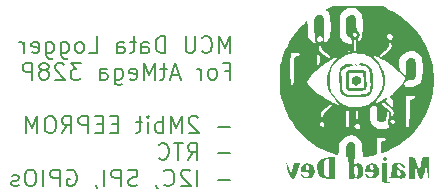
<source format=gbo>
%TF.GenerationSoftware,KiCad,Pcbnew,7.0.10*%
%TF.CreationDate,2024-01-19T04:31:44-05:00*%
%TF.ProjectId,Dattalogger_Board,44617474-616c-46f6-9767-65725f426f61,1*%
%TF.SameCoordinates,Original*%
%TF.FileFunction,Legend,Bot*%
%TF.FilePolarity,Positive*%
%FSLAX46Y46*%
G04 Gerber Fmt 4.6, Leading zero omitted, Abs format (unit mm)*
G04 Created by KiCad (PCBNEW 7.0.10) date 2024-01-19 04:31:44*
%MOMM*%
%LPD*%
G01*
G04 APERTURE LIST*
%ADD10C,0.150000*%
G04 APERTURE END LIST*
D10*
X151332982Y-71441177D02*
X151332982Y-70041177D01*
X151332982Y-70041177D02*
X150866316Y-71041177D01*
X150866316Y-71041177D02*
X150399649Y-70041177D01*
X150399649Y-70041177D02*
X150399649Y-71441177D01*
X148932982Y-71307844D02*
X148999649Y-71374511D01*
X148999649Y-71374511D02*
X149199649Y-71441177D01*
X149199649Y-71441177D02*
X149332982Y-71441177D01*
X149332982Y-71441177D02*
X149532982Y-71374511D01*
X149532982Y-71374511D02*
X149666316Y-71241177D01*
X149666316Y-71241177D02*
X149732982Y-71107844D01*
X149732982Y-71107844D02*
X149799649Y-70841177D01*
X149799649Y-70841177D02*
X149799649Y-70641177D01*
X149799649Y-70641177D02*
X149732982Y-70374511D01*
X149732982Y-70374511D02*
X149666316Y-70241177D01*
X149666316Y-70241177D02*
X149532982Y-70107844D01*
X149532982Y-70107844D02*
X149332982Y-70041177D01*
X149332982Y-70041177D02*
X149199649Y-70041177D01*
X149199649Y-70041177D02*
X148999649Y-70107844D01*
X148999649Y-70107844D02*
X148932982Y-70174511D01*
X148332982Y-70041177D02*
X148332982Y-71174511D01*
X148332982Y-71174511D02*
X148266316Y-71307844D01*
X148266316Y-71307844D02*
X148199649Y-71374511D01*
X148199649Y-71374511D02*
X148066316Y-71441177D01*
X148066316Y-71441177D02*
X147799649Y-71441177D01*
X147799649Y-71441177D02*
X147666316Y-71374511D01*
X147666316Y-71374511D02*
X147599649Y-71307844D01*
X147599649Y-71307844D02*
X147532982Y-71174511D01*
X147532982Y-71174511D02*
X147532982Y-70041177D01*
X145799648Y-71441177D02*
X145799648Y-70041177D01*
X145799648Y-70041177D02*
X145466315Y-70041177D01*
X145466315Y-70041177D02*
X145266315Y-70107844D01*
X145266315Y-70107844D02*
X145132982Y-70241177D01*
X145132982Y-70241177D02*
X145066315Y-70374511D01*
X145066315Y-70374511D02*
X144999648Y-70641177D01*
X144999648Y-70641177D02*
X144999648Y-70841177D01*
X144999648Y-70841177D02*
X145066315Y-71107844D01*
X145066315Y-71107844D02*
X145132982Y-71241177D01*
X145132982Y-71241177D02*
X145266315Y-71374511D01*
X145266315Y-71374511D02*
X145466315Y-71441177D01*
X145466315Y-71441177D02*
X145799648Y-71441177D01*
X143799648Y-71441177D02*
X143799648Y-70707844D01*
X143799648Y-70707844D02*
X143866315Y-70574511D01*
X143866315Y-70574511D02*
X143999648Y-70507844D01*
X143999648Y-70507844D02*
X144266315Y-70507844D01*
X144266315Y-70507844D02*
X144399648Y-70574511D01*
X143799648Y-71374511D02*
X143932982Y-71441177D01*
X143932982Y-71441177D02*
X144266315Y-71441177D01*
X144266315Y-71441177D02*
X144399648Y-71374511D01*
X144399648Y-71374511D02*
X144466315Y-71241177D01*
X144466315Y-71241177D02*
X144466315Y-71107844D01*
X144466315Y-71107844D02*
X144399648Y-70974511D01*
X144399648Y-70974511D02*
X144266315Y-70907844D01*
X144266315Y-70907844D02*
X143932982Y-70907844D01*
X143932982Y-70907844D02*
X143799648Y-70841177D01*
X143332981Y-70507844D02*
X142799648Y-70507844D01*
X143132981Y-70041177D02*
X143132981Y-71241177D01*
X143132981Y-71241177D02*
X143066315Y-71374511D01*
X143066315Y-71374511D02*
X142932981Y-71441177D01*
X142932981Y-71441177D02*
X142799648Y-71441177D01*
X141732981Y-71441177D02*
X141732981Y-70707844D01*
X141732981Y-70707844D02*
X141799648Y-70574511D01*
X141799648Y-70574511D02*
X141932981Y-70507844D01*
X141932981Y-70507844D02*
X142199648Y-70507844D01*
X142199648Y-70507844D02*
X142332981Y-70574511D01*
X141732981Y-71374511D02*
X141866315Y-71441177D01*
X141866315Y-71441177D02*
X142199648Y-71441177D01*
X142199648Y-71441177D02*
X142332981Y-71374511D01*
X142332981Y-71374511D02*
X142399648Y-71241177D01*
X142399648Y-71241177D02*
X142399648Y-71107844D01*
X142399648Y-71107844D02*
X142332981Y-70974511D01*
X142332981Y-70974511D02*
X142199648Y-70907844D01*
X142199648Y-70907844D02*
X141866315Y-70907844D01*
X141866315Y-70907844D02*
X141732981Y-70841177D01*
X139332981Y-71441177D02*
X139999647Y-71441177D01*
X139999647Y-71441177D02*
X139999647Y-70041177D01*
X138666314Y-71441177D02*
X138799648Y-71374511D01*
X138799648Y-71374511D02*
X138866314Y-71307844D01*
X138866314Y-71307844D02*
X138932981Y-71174511D01*
X138932981Y-71174511D02*
X138932981Y-70774511D01*
X138932981Y-70774511D02*
X138866314Y-70641177D01*
X138866314Y-70641177D02*
X138799648Y-70574511D01*
X138799648Y-70574511D02*
X138666314Y-70507844D01*
X138666314Y-70507844D02*
X138466314Y-70507844D01*
X138466314Y-70507844D02*
X138332981Y-70574511D01*
X138332981Y-70574511D02*
X138266314Y-70641177D01*
X138266314Y-70641177D02*
X138199648Y-70774511D01*
X138199648Y-70774511D02*
X138199648Y-71174511D01*
X138199648Y-71174511D02*
X138266314Y-71307844D01*
X138266314Y-71307844D02*
X138332981Y-71374511D01*
X138332981Y-71374511D02*
X138466314Y-71441177D01*
X138466314Y-71441177D02*
X138666314Y-71441177D01*
X136999647Y-70507844D02*
X136999647Y-71641177D01*
X136999647Y-71641177D02*
X137066314Y-71774511D01*
X137066314Y-71774511D02*
X137132981Y-71841177D01*
X137132981Y-71841177D02*
X137266314Y-71907844D01*
X137266314Y-71907844D02*
X137466314Y-71907844D01*
X137466314Y-71907844D02*
X137599647Y-71841177D01*
X136999647Y-71374511D02*
X137132981Y-71441177D01*
X137132981Y-71441177D02*
X137399647Y-71441177D01*
X137399647Y-71441177D02*
X137532981Y-71374511D01*
X137532981Y-71374511D02*
X137599647Y-71307844D01*
X137599647Y-71307844D02*
X137666314Y-71174511D01*
X137666314Y-71174511D02*
X137666314Y-70774511D01*
X137666314Y-70774511D02*
X137599647Y-70641177D01*
X137599647Y-70641177D02*
X137532981Y-70574511D01*
X137532981Y-70574511D02*
X137399647Y-70507844D01*
X137399647Y-70507844D02*
X137132981Y-70507844D01*
X137132981Y-70507844D02*
X136999647Y-70574511D01*
X135732980Y-70507844D02*
X135732980Y-71641177D01*
X135732980Y-71641177D02*
X135799647Y-71774511D01*
X135799647Y-71774511D02*
X135866314Y-71841177D01*
X135866314Y-71841177D02*
X135999647Y-71907844D01*
X135999647Y-71907844D02*
X136199647Y-71907844D01*
X136199647Y-71907844D02*
X136332980Y-71841177D01*
X135732980Y-71374511D02*
X135866314Y-71441177D01*
X135866314Y-71441177D02*
X136132980Y-71441177D01*
X136132980Y-71441177D02*
X136266314Y-71374511D01*
X136266314Y-71374511D02*
X136332980Y-71307844D01*
X136332980Y-71307844D02*
X136399647Y-71174511D01*
X136399647Y-71174511D02*
X136399647Y-70774511D01*
X136399647Y-70774511D02*
X136332980Y-70641177D01*
X136332980Y-70641177D02*
X136266314Y-70574511D01*
X136266314Y-70574511D02*
X136132980Y-70507844D01*
X136132980Y-70507844D02*
X135866314Y-70507844D01*
X135866314Y-70507844D02*
X135732980Y-70574511D01*
X134532980Y-71374511D02*
X134666313Y-71441177D01*
X134666313Y-71441177D02*
X134932980Y-71441177D01*
X134932980Y-71441177D02*
X135066313Y-71374511D01*
X135066313Y-71374511D02*
X135132980Y-71241177D01*
X135132980Y-71241177D02*
X135132980Y-70707844D01*
X135132980Y-70707844D02*
X135066313Y-70574511D01*
X135066313Y-70574511D02*
X134932980Y-70507844D01*
X134932980Y-70507844D02*
X134666313Y-70507844D01*
X134666313Y-70507844D02*
X134532980Y-70574511D01*
X134532980Y-70574511D02*
X134466313Y-70707844D01*
X134466313Y-70707844D02*
X134466313Y-70841177D01*
X134466313Y-70841177D02*
X135132980Y-70974511D01*
X133866313Y-71441177D02*
X133866313Y-70507844D01*
X133866313Y-70774511D02*
X133799647Y-70641177D01*
X133799647Y-70641177D02*
X133732980Y-70574511D01*
X133732980Y-70574511D02*
X133599647Y-70507844D01*
X133599647Y-70507844D02*
X133466313Y-70507844D01*
X150866316Y-72961844D02*
X151332982Y-72961844D01*
X151332982Y-73695177D02*
X151332982Y-72295177D01*
X151332982Y-72295177D02*
X150666316Y-72295177D01*
X149932982Y-73695177D02*
X150066316Y-73628511D01*
X150066316Y-73628511D02*
X150132982Y-73561844D01*
X150132982Y-73561844D02*
X150199649Y-73428511D01*
X150199649Y-73428511D02*
X150199649Y-73028511D01*
X150199649Y-73028511D02*
X150132982Y-72895177D01*
X150132982Y-72895177D02*
X150066316Y-72828511D01*
X150066316Y-72828511D02*
X149932982Y-72761844D01*
X149932982Y-72761844D02*
X149732982Y-72761844D01*
X149732982Y-72761844D02*
X149599649Y-72828511D01*
X149599649Y-72828511D02*
X149532982Y-72895177D01*
X149532982Y-72895177D02*
X149466316Y-73028511D01*
X149466316Y-73028511D02*
X149466316Y-73428511D01*
X149466316Y-73428511D02*
X149532982Y-73561844D01*
X149532982Y-73561844D02*
X149599649Y-73628511D01*
X149599649Y-73628511D02*
X149732982Y-73695177D01*
X149732982Y-73695177D02*
X149932982Y-73695177D01*
X148866315Y-73695177D02*
X148866315Y-72761844D01*
X148866315Y-73028511D02*
X148799649Y-72895177D01*
X148799649Y-72895177D02*
X148732982Y-72828511D01*
X148732982Y-72828511D02*
X148599649Y-72761844D01*
X148599649Y-72761844D02*
X148466315Y-72761844D01*
X146999648Y-73295177D02*
X146332981Y-73295177D01*
X147132981Y-73695177D02*
X146666315Y-72295177D01*
X146666315Y-72295177D02*
X146199648Y-73695177D01*
X145932981Y-72761844D02*
X145399648Y-72761844D01*
X145732981Y-72295177D02*
X145732981Y-73495177D01*
X145732981Y-73495177D02*
X145666315Y-73628511D01*
X145666315Y-73628511D02*
X145532981Y-73695177D01*
X145532981Y-73695177D02*
X145399648Y-73695177D01*
X144932981Y-73695177D02*
X144932981Y-72295177D01*
X144932981Y-72295177D02*
X144466315Y-73295177D01*
X144466315Y-73295177D02*
X143999648Y-72295177D01*
X143999648Y-72295177D02*
X143999648Y-73695177D01*
X142799648Y-73628511D02*
X142932981Y-73695177D01*
X142932981Y-73695177D02*
X143199648Y-73695177D01*
X143199648Y-73695177D02*
X143332981Y-73628511D01*
X143332981Y-73628511D02*
X143399648Y-73495177D01*
X143399648Y-73495177D02*
X143399648Y-72961844D01*
X143399648Y-72961844D02*
X143332981Y-72828511D01*
X143332981Y-72828511D02*
X143199648Y-72761844D01*
X143199648Y-72761844D02*
X142932981Y-72761844D01*
X142932981Y-72761844D02*
X142799648Y-72828511D01*
X142799648Y-72828511D02*
X142732981Y-72961844D01*
X142732981Y-72961844D02*
X142732981Y-73095177D01*
X142732981Y-73095177D02*
X143399648Y-73228511D01*
X141532981Y-72761844D02*
X141532981Y-73895177D01*
X141532981Y-73895177D02*
X141599648Y-74028511D01*
X141599648Y-74028511D02*
X141666315Y-74095177D01*
X141666315Y-74095177D02*
X141799648Y-74161844D01*
X141799648Y-74161844D02*
X141999648Y-74161844D01*
X141999648Y-74161844D02*
X142132981Y-74095177D01*
X141532981Y-73628511D02*
X141666315Y-73695177D01*
X141666315Y-73695177D02*
X141932981Y-73695177D01*
X141932981Y-73695177D02*
X142066315Y-73628511D01*
X142066315Y-73628511D02*
X142132981Y-73561844D01*
X142132981Y-73561844D02*
X142199648Y-73428511D01*
X142199648Y-73428511D02*
X142199648Y-73028511D01*
X142199648Y-73028511D02*
X142132981Y-72895177D01*
X142132981Y-72895177D02*
X142066315Y-72828511D01*
X142066315Y-72828511D02*
X141932981Y-72761844D01*
X141932981Y-72761844D02*
X141666315Y-72761844D01*
X141666315Y-72761844D02*
X141532981Y-72828511D01*
X140266314Y-73695177D02*
X140266314Y-72961844D01*
X140266314Y-72961844D02*
X140332981Y-72828511D01*
X140332981Y-72828511D02*
X140466314Y-72761844D01*
X140466314Y-72761844D02*
X140732981Y-72761844D01*
X140732981Y-72761844D02*
X140866314Y-72828511D01*
X140266314Y-73628511D02*
X140399648Y-73695177D01*
X140399648Y-73695177D02*
X140732981Y-73695177D01*
X140732981Y-73695177D02*
X140866314Y-73628511D01*
X140866314Y-73628511D02*
X140932981Y-73495177D01*
X140932981Y-73495177D02*
X140932981Y-73361844D01*
X140932981Y-73361844D02*
X140866314Y-73228511D01*
X140866314Y-73228511D02*
X140732981Y-73161844D01*
X140732981Y-73161844D02*
X140399648Y-73161844D01*
X140399648Y-73161844D02*
X140266314Y-73095177D01*
X138666314Y-72295177D02*
X137799647Y-72295177D01*
X137799647Y-72295177D02*
X138266314Y-72828511D01*
X138266314Y-72828511D02*
X138066314Y-72828511D01*
X138066314Y-72828511D02*
X137932980Y-72895177D01*
X137932980Y-72895177D02*
X137866314Y-72961844D01*
X137866314Y-72961844D02*
X137799647Y-73095177D01*
X137799647Y-73095177D02*
X137799647Y-73428511D01*
X137799647Y-73428511D02*
X137866314Y-73561844D01*
X137866314Y-73561844D02*
X137932980Y-73628511D01*
X137932980Y-73628511D02*
X138066314Y-73695177D01*
X138066314Y-73695177D02*
X138466314Y-73695177D01*
X138466314Y-73695177D02*
X138599647Y-73628511D01*
X138599647Y-73628511D02*
X138666314Y-73561844D01*
X137266314Y-72428511D02*
X137199647Y-72361844D01*
X137199647Y-72361844D02*
X137066314Y-72295177D01*
X137066314Y-72295177D02*
X136732981Y-72295177D01*
X136732981Y-72295177D02*
X136599647Y-72361844D01*
X136599647Y-72361844D02*
X136532981Y-72428511D01*
X136532981Y-72428511D02*
X136466314Y-72561844D01*
X136466314Y-72561844D02*
X136466314Y-72695177D01*
X136466314Y-72695177D02*
X136532981Y-72895177D01*
X136532981Y-72895177D02*
X137332981Y-73695177D01*
X137332981Y-73695177D02*
X136466314Y-73695177D01*
X135666314Y-72895177D02*
X135799648Y-72828511D01*
X135799648Y-72828511D02*
X135866314Y-72761844D01*
X135866314Y-72761844D02*
X135932981Y-72628511D01*
X135932981Y-72628511D02*
X135932981Y-72561844D01*
X135932981Y-72561844D02*
X135866314Y-72428511D01*
X135866314Y-72428511D02*
X135799648Y-72361844D01*
X135799648Y-72361844D02*
X135666314Y-72295177D01*
X135666314Y-72295177D02*
X135399648Y-72295177D01*
X135399648Y-72295177D02*
X135266314Y-72361844D01*
X135266314Y-72361844D02*
X135199648Y-72428511D01*
X135199648Y-72428511D02*
X135132981Y-72561844D01*
X135132981Y-72561844D02*
X135132981Y-72628511D01*
X135132981Y-72628511D02*
X135199648Y-72761844D01*
X135199648Y-72761844D02*
X135266314Y-72828511D01*
X135266314Y-72828511D02*
X135399648Y-72895177D01*
X135399648Y-72895177D02*
X135666314Y-72895177D01*
X135666314Y-72895177D02*
X135799648Y-72961844D01*
X135799648Y-72961844D02*
X135866314Y-73028511D01*
X135866314Y-73028511D02*
X135932981Y-73161844D01*
X135932981Y-73161844D02*
X135932981Y-73428511D01*
X135932981Y-73428511D02*
X135866314Y-73561844D01*
X135866314Y-73561844D02*
X135799648Y-73628511D01*
X135799648Y-73628511D02*
X135666314Y-73695177D01*
X135666314Y-73695177D02*
X135399648Y-73695177D01*
X135399648Y-73695177D02*
X135266314Y-73628511D01*
X135266314Y-73628511D02*
X135199648Y-73561844D01*
X135199648Y-73561844D02*
X135132981Y-73428511D01*
X135132981Y-73428511D02*
X135132981Y-73161844D01*
X135132981Y-73161844D02*
X135199648Y-73028511D01*
X135199648Y-73028511D02*
X135266314Y-72961844D01*
X135266314Y-72961844D02*
X135399648Y-72895177D01*
X134532981Y-73695177D02*
X134532981Y-72295177D01*
X134532981Y-72295177D02*
X133999648Y-72295177D01*
X133999648Y-72295177D02*
X133866315Y-72361844D01*
X133866315Y-72361844D02*
X133799648Y-72428511D01*
X133799648Y-72428511D02*
X133732981Y-72561844D01*
X133732981Y-72561844D02*
X133732981Y-72761844D01*
X133732981Y-72761844D02*
X133799648Y-72895177D01*
X133799648Y-72895177D02*
X133866315Y-72961844D01*
X133866315Y-72961844D02*
X133999648Y-73028511D01*
X133999648Y-73028511D02*
X134532981Y-73028511D01*
X151332982Y-77669844D02*
X150266316Y-77669844D01*
X148599649Y-76936511D02*
X148532982Y-76869844D01*
X148532982Y-76869844D02*
X148399649Y-76803177D01*
X148399649Y-76803177D02*
X148066316Y-76803177D01*
X148066316Y-76803177D02*
X147932982Y-76869844D01*
X147932982Y-76869844D02*
X147866316Y-76936511D01*
X147866316Y-76936511D02*
X147799649Y-77069844D01*
X147799649Y-77069844D02*
X147799649Y-77203177D01*
X147799649Y-77203177D02*
X147866316Y-77403177D01*
X147866316Y-77403177D02*
X148666316Y-78203177D01*
X148666316Y-78203177D02*
X147799649Y-78203177D01*
X147199649Y-78203177D02*
X147199649Y-76803177D01*
X147199649Y-76803177D02*
X146732983Y-77803177D01*
X146732983Y-77803177D02*
X146266316Y-76803177D01*
X146266316Y-76803177D02*
X146266316Y-78203177D01*
X145599649Y-78203177D02*
X145599649Y-76803177D01*
X145599649Y-77336511D02*
X145466316Y-77269844D01*
X145466316Y-77269844D02*
X145199649Y-77269844D01*
X145199649Y-77269844D02*
X145066316Y-77336511D01*
X145066316Y-77336511D02*
X144999649Y-77403177D01*
X144999649Y-77403177D02*
X144932983Y-77536511D01*
X144932983Y-77536511D02*
X144932983Y-77936511D01*
X144932983Y-77936511D02*
X144999649Y-78069844D01*
X144999649Y-78069844D02*
X145066316Y-78136511D01*
X145066316Y-78136511D02*
X145199649Y-78203177D01*
X145199649Y-78203177D02*
X145466316Y-78203177D01*
X145466316Y-78203177D02*
X145599649Y-78136511D01*
X144332982Y-78203177D02*
X144332982Y-77269844D01*
X144332982Y-76803177D02*
X144399649Y-76869844D01*
X144399649Y-76869844D02*
X144332982Y-76936511D01*
X144332982Y-76936511D02*
X144266316Y-76869844D01*
X144266316Y-76869844D02*
X144332982Y-76803177D01*
X144332982Y-76803177D02*
X144332982Y-76936511D01*
X143866315Y-77269844D02*
X143332982Y-77269844D01*
X143666315Y-76803177D02*
X143666315Y-78003177D01*
X143666315Y-78003177D02*
X143599649Y-78136511D01*
X143599649Y-78136511D02*
X143466315Y-78203177D01*
X143466315Y-78203177D02*
X143332982Y-78203177D01*
X141799648Y-77469844D02*
X141332982Y-77469844D01*
X141132982Y-78203177D02*
X141799648Y-78203177D01*
X141799648Y-78203177D02*
X141799648Y-76803177D01*
X141799648Y-76803177D02*
X141132982Y-76803177D01*
X140532981Y-77469844D02*
X140066315Y-77469844D01*
X139866315Y-78203177D02*
X140532981Y-78203177D01*
X140532981Y-78203177D02*
X140532981Y-76803177D01*
X140532981Y-76803177D02*
X139866315Y-76803177D01*
X139266314Y-78203177D02*
X139266314Y-76803177D01*
X139266314Y-76803177D02*
X138732981Y-76803177D01*
X138732981Y-76803177D02*
X138599648Y-76869844D01*
X138599648Y-76869844D02*
X138532981Y-76936511D01*
X138532981Y-76936511D02*
X138466314Y-77069844D01*
X138466314Y-77069844D02*
X138466314Y-77269844D01*
X138466314Y-77269844D02*
X138532981Y-77403177D01*
X138532981Y-77403177D02*
X138599648Y-77469844D01*
X138599648Y-77469844D02*
X138732981Y-77536511D01*
X138732981Y-77536511D02*
X139266314Y-77536511D01*
X137066314Y-78203177D02*
X137532981Y-77536511D01*
X137866314Y-78203177D02*
X137866314Y-76803177D01*
X137866314Y-76803177D02*
X137332981Y-76803177D01*
X137332981Y-76803177D02*
X137199648Y-76869844D01*
X137199648Y-76869844D02*
X137132981Y-76936511D01*
X137132981Y-76936511D02*
X137066314Y-77069844D01*
X137066314Y-77069844D02*
X137066314Y-77269844D01*
X137066314Y-77269844D02*
X137132981Y-77403177D01*
X137132981Y-77403177D02*
X137199648Y-77469844D01*
X137199648Y-77469844D02*
X137332981Y-77536511D01*
X137332981Y-77536511D02*
X137866314Y-77536511D01*
X136199648Y-76803177D02*
X135932981Y-76803177D01*
X135932981Y-76803177D02*
X135799648Y-76869844D01*
X135799648Y-76869844D02*
X135666314Y-77003177D01*
X135666314Y-77003177D02*
X135599648Y-77269844D01*
X135599648Y-77269844D02*
X135599648Y-77736511D01*
X135599648Y-77736511D02*
X135666314Y-78003177D01*
X135666314Y-78003177D02*
X135799648Y-78136511D01*
X135799648Y-78136511D02*
X135932981Y-78203177D01*
X135932981Y-78203177D02*
X136199648Y-78203177D01*
X136199648Y-78203177D02*
X136332981Y-78136511D01*
X136332981Y-78136511D02*
X136466314Y-78003177D01*
X136466314Y-78003177D02*
X136532981Y-77736511D01*
X136532981Y-77736511D02*
X136532981Y-77269844D01*
X136532981Y-77269844D02*
X136466314Y-77003177D01*
X136466314Y-77003177D02*
X136332981Y-76869844D01*
X136332981Y-76869844D02*
X136199648Y-76803177D01*
X134999647Y-78203177D02*
X134999647Y-76803177D01*
X134999647Y-76803177D02*
X134532981Y-77803177D01*
X134532981Y-77803177D02*
X134066314Y-76803177D01*
X134066314Y-76803177D02*
X134066314Y-78203177D01*
X151332982Y-79923844D02*
X150266316Y-79923844D01*
X147732982Y-80457177D02*
X148199649Y-79790511D01*
X148532982Y-80457177D02*
X148532982Y-79057177D01*
X148532982Y-79057177D02*
X147999649Y-79057177D01*
X147999649Y-79057177D02*
X147866316Y-79123844D01*
X147866316Y-79123844D02*
X147799649Y-79190511D01*
X147799649Y-79190511D02*
X147732982Y-79323844D01*
X147732982Y-79323844D02*
X147732982Y-79523844D01*
X147732982Y-79523844D02*
X147799649Y-79657177D01*
X147799649Y-79657177D02*
X147866316Y-79723844D01*
X147866316Y-79723844D02*
X147999649Y-79790511D01*
X147999649Y-79790511D02*
X148532982Y-79790511D01*
X147332982Y-79057177D02*
X146532982Y-79057177D01*
X146932982Y-80457177D02*
X146932982Y-79057177D01*
X145266315Y-80323844D02*
X145332982Y-80390511D01*
X145332982Y-80390511D02*
X145532982Y-80457177D01*
X145532982Y-80457177D02*
X145666315Y-80457177D01*
X145666315Y-80457177D02*
X145866315Y-80390511D01*
X145866315Y-80390511D02*
X145999649Y-80257177D01*
X145999649Y-80257177D02*
X146066315Y-80123844D01*
X146066315Y-80123844D02*
X146132982Y-79857177D01*
X146132982Y-79857177D02*
X146132982Y-79657177D01*
X146132982Y-79657177D02*
X146066315Y-79390511D01*
X146066315Y-79390511D02*
X145999649Y-79257177D01*
X145999649Y-79257177D02*
X145866315Y-79123844D01*
X145866315Y-79123844D02*
X145666315Y-79057177D01*
X145666315Y-79057177D02*
X145532982Y-79057177D01*
X145532982Y-79057177D02*
X145332982Y-79123844D01*
X145332982Y-79123844D02*
X145266315Y-79190511D01*
X151332982Y-82177844D02*
X150266316Y-82177844D01*
X148532982Y-82711177D02*
X148532982Y-81311177D01*
X147932982Y-81444511D02*
X147866315Y-81377844D01*
X147866315Y-81377844D02*
X147732982Y-81311177D01*
X147732982Y-81311177D02*
X147399649Y-81311177D01*
X147399649Y-81311177D02*
X147266315Y-81377844D01*
X147266315Y-81377844D02*
X147199649Y-81444511D01*
X147199649Y-81444511D02*
X147132982Y-81577844D01*
X147132982Y-81577844D02*
X147132982Y-81711177D01*
X147132982Y-81711177D02*
X147199649Y-81911177D01*
X147199649Y-81911177D02*
X147999649Y-82711177D01*
X147999649Y-82711177D02*
X147132982Y-82711177D01*
X145732982Y-82577844D02*
X145799649Y-82644511D01*
X145799649Y-82644511D02*
X145999649Y-82711177D01*
X145999649Y-82711177D02*
X146132982Y-82711177D01*
X146132982Y-82711177D02*
X146332982Y-82644511D01*
X146332982Y-82644511D02*
X146466316Y-82511177D01*
X146466316Y-82511177D02*
X146532982Y-82377844D01*
X146532982Y-82377844D02*
X146599649Y-82111177D01*
X146599649Y-82111177D02*
X146599649Y-81911177D01*
X146599649Y-81911177D02*
X146532982Y-81644511D01*
X146532982Y-81644511D02*
X146466316Y-81511177D01*
X146466316Y-81511177D02*
X146332982Y-81377844D01*
X146332982Y-81377844D02*
X146132982Y-81311177D01*
X146132982Y-81311177D02*
X145999649Y-81311177D01*
X145999649Y-81311177D02*
X145799649Y-81377844D01*
X145799649Y-81377844D02*
X145732982Y-81444511D01*
X145066316Y-82644511D02*
X145066316Y-82711177D01*
X145066316Y-82711177D02*
X145132982Y-82844511D01*
X145132982Y-82844511D02*
X145199649Y-82911177D01*
X143466315Y-82644511D02*
X143266315Y-82711177D01*
X143266315Y-82711177D02*
X142932982Y-82711177D01*
X142932982Y-82711177D02*
X142799648Y-82644511D01*
X142799648Y-82644511D02*
X142732982Y-82577844D01*
X142732982Y-82577844D02*
X142666315Y-82444511D01*
X142666315Y-82444511D02*
X142666315Y-82311177D01*
X142666315Y-82311177D02*
X142732982Y-82177844D01*
X142732982Y-82177844D02*
X142799648Y-82111177D01*
X142799648Y-82111177D02*
X142932982Y-82044511D01*
X142932982Y-82044511D02*
X143199648Y-81977844D01*
X143199648Y-81977844D02*
X143332982Y-81911177D01*
X143332982Y-81911177D02*
X143399648Y-81844511D01*
X143399648Y-81844511D02*
X143466315Y-81711177D01*
X143466315Y-81711177D02*
X143466315Y-81577844D01*
X143466315Y-81577844D02*
X143399648Y-81444511D01*
X143399648Y-81444511D02*
X143332982Y-81377844D01*
X143332982Y-81377844D02*
X143199648Y-81311177D01*
X143199648Y-81311177D02*
X142866315Y-81311177D01*
X142866315Y-81311177D02*
X142666315Y-81377844D01*
X142066315Y-82711177D02*
X142066315Y-81311177D01*
X142066315Y-81311177D02*
X141532982Y-81311177D01*
X141532982Y-81311177D02*
X141399649Y-81377844D01*
X141399649Y-81377844D02*
X141332982Y-81444511D01*
X141332982Y-81444511D02*
X141266315Y-81577844D01*
X141266315Y-81577844D02*
X141266315Y-81777844D01*
X141266315Y-81777844D02*
X141332982Y-81911177D01*
X141332982Y-81911177D02*
X141399649Y-81977844D01*
X141399649Y-81977844D02*
X141532982Y-82044511D01*
X141532982Y-82044511D02*
X142066315Y-82044511D01*
X140666315Y-82711177D02*
X140666315Y-81311177D01*
X139932982Y-82644511D02*
X139932982Y-82711177D01*
X139932982Y-82711177D02*
X139999648Y-82844511D01*
X139999648Y-82844511D02*
X140066315Y-82911177D01*
X137532981Y-81377844D02*
X137666314Y-81311177D01*
X137666314Y-81311177D02*
X137866314Y-81311177D01*
X137866314Y-81311177D02*
X138066314Y-81377844D01*
X138066314Y-81377844D02*
X138199648Y-81511177D01*
X138199648Y-81511177D02*
X138266314Y-81644511D01*
X138266314Y-81644511D02*
X138332981Y-81911177D01*
X138332981Y-81911177D02*
X138332981Y-82111177D01*
X138332981Y-82111177D02*
X138266314Y-82377844D01*
X138266314Y-82377844D02*
X138199648Y-82511177D01*
X138199648Y-82511177D02*
X138066314Y-82644511D01*
X138066314Y-82644511D02*
X137866314Y-82711177D01*
X137866314Y-82711177D02*
X137732981Y-82711177D01*
X137732981Y-82711177D02*
X137532981Y-82644511D01*
X137532981Y-82644511D02*
X137466314Y-82577844D01*
X137466314Y-82577844D02*
X137466314Y-82111177D01*
X137466314Y-82111177D02*
X137732981Y-82111177D01*
X136866314Y-82711177D02*
X136866314Y-81311177D01*
X136866314Y-81311177D02*
X136332981Y-81311177D01*
X136332981Y-81311177D02*
X136199648Y-81377844D01*
X136199648Y-81377844D02*
X136132981Y-81444511D01*
X136132981Y-81444511D02*
X136066314Y-81577844D01*
X136066314Y-81577844D02*
X136066314Y-81777844D01*
X136066314Y-81777844D02*
X136132981Y-81911177D01*
X136132981Y-81911177D02*
X136199648Y-81977844D01*
X136199648Y-81977844D02*
X136332981Y-82044511D01*
X136332981Y-82044511D02*
X136866314Y-82044511D01*
X135466314Y-82711177D02*
X135466314Y-81311177D01*
X134532981Y-81311177D02*
X134266314Y-81311177D01*
X134266314Y-81311177D02*
X134132981Y-81377844D01*
X134132981Y-81377844D02*
X133999647Y-81511177D01*
X133999647Y-81511177D02*
X133932981Y-81777844D01*
X133932981Y-81777844D02*
X133932981Y-82244511D01*
X133932981Y-82244511D02*
X133999647Y-82511177D01*
X133999647Y-82511177D02*
X134132981Y-82644511D01*
X134132981Y-82644511D02*
X134266314Y-82711177D01*
X134266314Y-82711177D02*
X134532981Y-82711177D01*
X134532981Y-82711177D02*
X134666314Y-82644511D01*
X134666314Y-82644511D02*
X134799647Y-82511177D01*
X134799647Y-82511177D02*
X134866314Y-82244511D01*
X134866314Y-82244511D02*
X134866314Y-81777844D01*
X134866314Y-81777844D02*
X134799647Y-81511177D01*
X134799647Y-81511177D02*
X134666314Y-81377844D01*
X134666314Y-81377844D02*
X134532981Y-81311177D01*
X133399647Y-82644511D02*
X133266314Y-82711177D01*
X133266314Y-82711177D02*
X132999647Y-82711177D01*
X132999647Y-82711177D02*
X132866314Y-82644511D01*
X132866314Y-82644511D02*
X132799647Y-82511177D01*
X132799647Y-82511177D02*
X132799647Y-82444511D01*
X132799647Y-82444511D02*
X132866314Y-82311177D01*
X132866314Y-82311177D02*
X132999647Y-82244511D01*
X132999647Y-82244511D02*
X133199647Y-82244511D01*
X133199647Y-82244511D02*
X133332980Y-82177844D01*
X133332980Y-82177844D02*
X133399647Y-82044511D01*
X133399647Y-82044511D02*
X133399647Y-81977844D01*
X133399647Y-81977844D02*
X133332980Y-81844511D01*
X133332980Y-81844511D02*
X133199647Y-81777844D01*
X133199647Y-81777844D02*
X132999647Y-81777844D01*
X132999647Y-81777844D02*
X132866314Y-81844511D01*
%TO.C,Majed*%
G36*
X166650662Y-69090836D02*
G01*
X166949483Y-69408484D01*
X167475518Y-70090508D01*
X167484136Y-70101681D01*
X167895582Y-70815321D01*
X167917668Y-70853629D01*
X168248218Y-71660829D01*
X168473924Y-72519782D01*
X168500832Y-72712733D01*
X168519688Y-72847949D01*
X168548286Y-73263418D01*
X168557951Y-73718541D01*
X168548691Y-74174647D01*
X168520515Y-74593069D01*
X168473430Y-74935137D01*
X168472765Y-74938553D01*
X168414980Y-75158183D01*
X168250139Y-75784711D01*
X167923549Y-76586358D01*
X167499231Y-77333995D01*
X166983416Y-78018122D01*
X166382341Y-78629241D01*
X165702237Y-79157852D01*
X165586652Y-79233907D01*
X165270817Y-79425170D01*
X164953428Y-79596800D01*
X164658889Y-79736867D01*
X164411605Y-79833443D01*
X164235980Y-79874598D01*
X164066109Y-79886812D01*
X164066109Y-79417528D01*
X164066109Y-78948244D01*
X164286086Y-78893903D01*
X164312728Y-78886976D01*
X164459993Y-78822308D01*
X164506063Y-78732587D01*
X164497570Y-78684852D01*
X164448303Y-78647209D01*
X164332469Y-78629828D01*
X164124770Y-78625612D01*
X163743476Y-78625612D01*
X163743476Y-79293025D01*
X163743404Y-79393154D01*
X163738439Y-79680332D01*
X163716272Y-79877310D01*
X163663951Y-80005247D01*
X163568521Y-80085300D01*
X163417028Y-80138628D01*
X163196519Y-80186387D01*
X162928943Y-80238232D01*
X162737104Y-80257960D01*
X162620091Y-80225402D01*
X162557105Y-80124374D01*
X162527349Y-79938691D01*
X162510027Y-79652170D01*
X162488601Y-79341779D01*
X162456437Y-79116947D01*
X162404893Y-78953931D01*
X162325109Y-78824829D01*
X162208224Y-78701737D01*
X162205355Y-78699063D01*
X161919292Y-78503496D01*
X161610872Y-78421155D01*
X161291705Y-78452996D01*
X160973403Y-78599976D01*
X160931504Y-78628464D01*
X160759261Y-78785543D01*
X160642288Y-78984254D01*
X160569805Y-79249072D01*
X160531035Y-79604472D01*
X160507642Y-79863423D01*
X160473652Y-80034269D01*
X160431163Y-80092124D01*
X160422628Y-80091464D01*
X160319819Y-80067350D01*
X160144932Y-80015504D01*
X159930495Y-79945457D01*
X159468128Y-79768340D01*
X158701070Y-79379078D01*
X157996038Y-78896534D01*
X157360629Y-78328859D01*
X156802440Y-77684210D01*
X156600412Y-77379710D01*
X158913160Y-77379710D01*
X158936420Y-77547725D01*
X158990263Y-77627356D01*
X159134024Y-77672378D01*
X159216049Y-77665183D01*
X159272629Y-77613329D01*
X159285278Y-77480675D01*
X159258881Y-77333403D01*
X159168442Y-77243746D01*
X159025841Y-77253466D01*
X158988168Y-77271853D01*
X158913160Y-77379710D01*
X156600412Y-77379710D01*
X156382703Y-77051574D01*
X161112620Y-77051574D01*
X161112639Y-77301483D01*
X161118608Y-77480675D01*
X161119245Y-77499800D01*
X161131717Y-77613718D01*
X161171083Y-77693997D01*
X161282658Y-77745704D01*
X161322790Y-77742368D01*
X161358684Y-77718222D01*
X161377297Y-77662177D01*
X161829810Y-77662177D01*
X161899475Y-77808568D01*
X162040450Y-77904275D01*
X162183246Y-77904881D01*
X162292232Y-77817402D01*
X162335624Y-77653164D01*
X162300626Y-77518319D01*
X162185337Y-77422585D01*
X162017663Y-77416657D01*
X161984687Y-77426876D01*
X161861955Y-77522540D01*
X161829810Y-77662177D01*
X161377297Y-77662177D01*
X161380048Y-77653894D01*
X161389607Y-77530114D01*
X161390082Y-77327610D01*
X161384196Y-77027113D01*
X161378813Y-76812672D01*
X161369595Y-76579946D01*
X161364714Y-76528026D01*
X161948122Y-76528026D01*
X161958834Y-76777806D01*
X161973387Y-76900521D01*
X162012399Y-77102247D01*
X162060484Y-77193686D01*
X162119558Y-77179630D01*
X162122098Y-77176707D01*
X162147185Y-77085970D01*
X162158941Y-76922867D01*
X162158455Y-76725280D01*
X162151611Y-76611106D01*
X163156871Y-76611106D01*
X163162775Y-76873215D01*
X163167679Y-76922867D01*
X163190336Y-77152261D01*
X163239625Y-77323328D01*
X163242619Y-77327610D01*
X163373961Y-77515430D01*
X163526530Y-77653164D01*
X163602397Y-77721654D01*
X163854886Y-77855043D01*
X163933588Y-77880018D01*
X164102466Y-77913628D01*
X164261937Y-77899399D01*
X164469412Y-77835507D01*
X164654644Y-77760528D01*
X164751269Y-77684855D01*
X164763969Y-77586851D01*
X164708145Y-77441072D01*
X164703738Y-77431805D01*
X164647059Y-77290514D01*
X164647468Y-77217688D01*
X164865347Y-77217688D01*
X164894638Y-77321516D01*
X164965371Y-77400505D01*
X165090102Y-77437325D01*
X165207281Y-77367674D01*
X165250383Y-77286805D01*
X165239777Y-77169819D01*
X165189532Y-77115349D01*
X166214539Y-77115349D01*
X166215535Y-77286805D01*
X166216000Y-77366833D01*
X166222173Y-77540907D01*
X166234042Y-77651701D01*
X166252591Y-77713345D01*
X166278802Y-77739969D01*
X166313660Y-77745704D01*
X166375247Y-77740079D01*
X166461413Y-77706597D01*
X166461491Y-77706517D01*
X166473796Y-77637488D01*
X166484506Y-77470285D01*
X166492966Y-77223934D01*
X166498523Y-76917463D01*
X166500520Y-76569900D01*
X166500819Y-76303824D01*
X166504148Y-75966207D01*
X166514201Y-75720668D01*
X166534648Y-75551707D01*
X166569162Y-75443819D01*
X166621415Y-75381504D01*
X166695078Y-75349258D01*
X166793823Y-75331579D01*
X166897083Y-75293877D01*
X166959601Y-75176392D01*
X166962049Y-75158183D01*
X166960408Y-75093083D01*
X166917685Y-75060495D01*
X166808542Y-75051973D01*
X166607638Y-75059071D01*
X166236548Y-75076651D01*
X166220781Y-76411177D01*
X166219722Y-76507485D01*
X166216808Y-76772325D01*
X166214539Y-77115349D01*
X165189532Y-77115349D01*
X165162276Y-77085801D01*
X165048182Y-77061296D01*
X164927797Y-77122848D01*
X164865347Y-77217688D01*
X164647468Y-77217688D01*
X164647649Y-77185495D01*
X164705000Y-77054106D01*
X164762581Y-76907394D01*
X164794772Y-76703190D01*
X164777743Y-76520211D01*
X164715400Y-76388438D01*
X164611652Y-76337852D01*
X164590128Y-76377606D01*
X164571779Y-76506053D01*
X164564723Y-76692481D01*
X164563859Y-76780450D01*
X164548541Y-76964030D01*
X164504821Y-77087107D01*
X164420738Y-77191095D01*
X164411024Y-77200589D01*
X164226046Y-77313065D01*
X164034157Y-77319192D01*
X163860797Y-77217759D01*
X163825903Y-77178304D01*
X163783300Y-77097774D01*
X163758268Y-76978120D01*
X163746447Y-76793307D01*
X163743476Y-76517295D01*
X163741293Y-76353274D01*
X163730214Y-76129758D01*
X163711882Y-75969808D01*
X163688682Y-75900288D01*
X163666103Y-75894768D01*
X163552816Y-75910597D01*
X163395380Y-75961856D01*
X163156871Y-76057288D01*
X163156871Y-76611106D01*
X162151611Y-76611106D01*
X162146815Y-76531095D01*
X162125108Y-76378196D01*
X162094424Y-76304468D01*
X162033038Y-76290777D01*
X161973918Y-76361977D01*
X161948122Y-76528026D01*
X161364714Y-76528026D01*
X161355722Y-76432380D01*
X161333617Y-76350762D01*
X161299704Y-76315880D01*
X161250405Y-76308521D01*
X161247748Y-76308531D01*
X161194893Y-76318247D01*
X161160138Y-76360594D01*
X161138628Y-76456742D01*
X161125512Y-76627863D01*
X161115934Y-76895127D01*
X161112620Y-77051574D01*
X156382703Y-77051574D01*
X156329071Y-76970739D01*
X156124260Y-76554542D01*
X158998700Y-76554542D01*
X159003857Y-76681123D01*
X159019400Y-76800720D01*
X159060773Y-76926005D01*
X159109821Y-76976003D01*
X159150798Y-76938993D01*
X159167957Y-76803255D01*
X159168041Y-76793416D01*
X159184932Y-76686549D01*
X159242849Y-76578302D01*
X159358664Y-76444718D01*
X159549250Y-76261840D01*
X159569493Y-76243074D01*
X159776753Y-76036038D01*
X159899357Y-75881437D01*
X159933824Y-75784699D01*
X159876677Y-75751247D01*
X159854575Y-75759419D01*
X159752608Y-75823488D01*
X159594760Y-75937375D01*
X159404610Y-76084438D01*
X159355784Y-76123362D01*
X159176185Y-76270018D01*
X159068028Y-76374056D01*
X159014478Y-76460542D01*
X158998700Y-76554542D01*
X156124260Y-76554542D01*
X155948117Y-76196602D01*
X155667179Y-75369953D01*
X155639097Y-75263782D01*
X155588797Y-75055077D01*
X155553408Y-74863202D01*
X155530352Y-74661329D01*
X155517053Y-74422632D01*
X155510934Y-74120284D01*
X155509418Y-73727459D01*
X155509719Y-73503400D01*
X155513098Y-73165026D01*
X155522350Y-72902941D01*
X155531869Y-72788891D01*
X156410913Y-72788891D01*
X156411370Y-73053074D01*
X156415273Y-73436694D01*
X156424890Y-73722616D01*
X156442285Y-73923371D01*
X156469520Y-74051488D01*
X156508657Y-74119498D01*
X156561760Y-74139932D01*
X156630890Y-74125318D01*
X156642114Y-74116939D01*
X156666420Y-74052242D01*
X156684052Y-73916460D01*
X156685942Y-73881140D01*
X157818765Y-73881140D01*
X157819611Y-73894226D01*
X157879215Y-74025848D01*
X158021594Y-74203389D01*
X158230977Y-74414066D01*
X158491592Y-74645097D01*
X158787669Y-74883698D01*
X159103437Y-75117086D01*
X159423123Y-75332478D01*
X159730957Y-75517092D01*
X160011168Y-75658143D01*
X160122054Y-75705886D01*
X160331031Y-75784699D01*
X160341799Y-75788760D01*
X160463361Y-75810426D01*
X160489013Y-75769390D01*
X160421027Y-75664155D01*
X160261677Y-75493225D01*
X160150180Y-75374846D01*
X159841669Y-74945206D01*
X159637805Y-74479184D01*
X159538841Y-73990121D01*
X159541735Y-73756789D01*
X159725231Y-73756789D01*
X159726886Y-73979925D01*
X159737476Y-74210372D01*
X159763023Y-74384903D01*
X159809391Y-74539001D01*
X159882445Y-74708149D01*
X159926527Y-74796653D01*
X160203441Y-75206995D01*
X160561660Y-75558175D01*
X160891078Y-75769390D01*
X160974305Y-75822753D01*
X161008333Y-75839374D01*
X161211985Y-75929055D01*
X161396446Y-75983695D01*
X161607192Y-76013529D01*
X161889702Y-76028795D01*
X162253189Y-76024276D01*
X162632361Y-75963690D01*
X162975588Y-75832200D01*
X163321244Y-75618815D01*
X163658859Y-75323566D01*
X163944137Y-74945435D01*
X164137329Y-74528622D01*
X164240835Y-74087772D01*
X164257054Y-73637527D01*
X164188388Y-73192531D01*
X164037236Y-72767428D01*
X163805998Y-72376861D01*
X163497075Y-72035473D01*
X163112866Y-71757908D01*
X163014413Y-71715024D01*
X163451033Y-71715024D01*
X163462717Y-71768757D01*
X163545717Y-71877670D01*
X163707623Y-72053803D01*
X163797144Y-72152113D01*
X164107629Y-72589770D01*
X164313643Y-73058848D01*
X164414940Y-73545711D01*
X164414254Y-73637527D01*
X164411274Y-74036725D01*
X164302400Y-74518253D01*
X164088069Y-74976661D01*
X163768037Y-75398314D01*
X163760003Y-75406941D01*
X163630595Y-75558386D01*
X163549759Y-75676902D01*
X163534698Y-75737485D01*
X163570235Y-75737937D01*
X163692800Y-75697044D01*
X163722895Y-75683758D01*
X164140005Y-75683758D01*
X164161412Y-75754739D01*
X164280313Y-75882577D01*
X164493801Y-76064096D01*
X164674954Y-76214272D01*
X164819716Y-76355927D01*
X164902048Y-76476250D01*
X164941548Y-76598637D01*
X164967533Y-76702059D01*
X164968178Y-76703190D01*
X165025731Y-76804047D01*
X165085635Y-76801324D01*
X165132437Y-76700326D01*
X165151328Y-76507485D01*
X165151238Y-76490045D01*
X165139364Y-76371286D01*
X165093004Y-76274263D01*
X164991459Y-76169530D01*
X164814030Y-76027641D01*
X164690840Y-75934457D01*
X164467006Y-75775782D01*
X164310291Y-75685360D01*
X164206807Y-75656011D01*
X164142666Y-75680555D01*
X164140005Y-75683758D01*
X163722895Y-75683758D01*
X163877637Y-75615443D01*
X164100846Y-75503033D01*
X164112793Y-75496692D01*
X164367960Y-75365052D01*
X164530006Y-75291628D01*
X164606346Y-75274708D01*
X164604389Y-75312580D01*
X164531549Y-75403531D01*
X164499097Y-75443291D01*
X164482085Y-75506572D01*
X164527989Y-75586334D01*
X164648637Y-75713929D01*
X164711047Y-75774901D01*
X164906573Y-75940572D01*
X165044744Y-76011272D01*
X165122422Y-75985203D01*
X165129218Y-75968617D01*
X165132425Y-75848024D01*
X165105501Y-75670854D01*
X165058331Y-75479181D01*
X165000800Y-75315080D01*
X164942794Y-75220627D01*
X164883210Y-75160103D01*
X164871958Y-75078126D01*
X164975347Y-75017990D01*
X165043993Y-74982677D01*
X165092668Y-74909687D01*
X165102407Y-74884139D01*
X165176380Y-74782574D01*
X165307219Y-74633430D01*
X165475945Y-74459021D01*
X165686900Y-74244227D01*
X165911737Y-73991570D01*
X166051696Y-73795170D01*
X166112242Y-73646955D01*
X166098838Y-73538854D01*
X166089655Y-73523313D01*
X165990965Y-73400324D01*
X165826131Y-73227676D01*
X165616776Y-73025236D01*
X165384524Y-72812871D01*
X165150999Y-72610448D01*
X164937827Y-72437834D01*
X164922440Y-72426785D01*
X165620612Y-72426785D01*
X165620620Y-72440981D01*
X165626725Y-72648380D01*
X165656609Y-72790320D01*
X165728458Y-72915891D01*
X165860457Y-73074181D01*
X165978652Y-73197542D01*
X166090392Y-73290557D01*
X166153760Y-73313620D01*
X166170184Y-73273832D01*
X166189310Y-73136194D01*
X166202379Y-72926337D01*
X166207218Y-72670393D01*
X166209294Y-72398431D01*
X166218683Y-72208884D01*
X166239874Y-72086395D01*
X166277351Y-72005466D01*
X166335600Y-71940599D01*
X166340994Y-71935649D01*
X166526922Y-71836018D01*
X166724109Y-71843356D01*
X166900918Y-71956759D01*
X166927483Y-71986567D01*
X166973202Y-72056658D01*
X167002648Y-72150357D01*
X167019332Y-72291088D01*
X167026767Y-72502274D01*
X167028465Y-72807337D01*
X167028224Y-72947103D01*
X167024535Y-73210236D01*
X167013707Y-73388687D01*
X166992329Y-73505494D01*
X166956993Y-73583693D01*
X166904287Y-73646325D01*
X166903538Y-73646955D01*
X166835273Y-73704382D01*
X166712053Y-73747870D01*
X166528260Y-73742114D01*
X166500722Y-73739121D01*
X166344114Y-73734920D01*
X166244043Y-73777357D01*
X166149091Y-73885934D01*
X166129322Y-73913697D01*
X166056887Y-74074947D01*
X166092749Y-74196018D01*
X166238863Y-74285614D01*
X166371078Y-74324008D01*
X166684649Y-74337247D01*
X166993338Y-74257735D01*
X167265135Y-74096444D01*
X167468027Y-73864345D01*
X167485988Y-73829219D01*
X167542764Y-73636196D01*
X167584443Y-73365455D01*
X167610032Y-73047475D01*
X167618538Y-72712733D01*
X167608968Y-72391708D01*
X167580328Y-72114879D01*
X167531625Y-71912723D01*
X167525006Y-71895798D01*
X167356859Y-71610982D01*
X167124810Y-71404840D01*
X166850514Y-71283359D01*
X166555626Y-71252525D01*
X166261800Y-71318324D01*
X165990693Y-71486744D01*
X165883047Y-71591281D01*
X165729012Y-71814151D01*
X165645653Y-72082190D01*
X165620612Y-72426785D01*
X164922440Y-72426785D01*
X164766630Y-72314898D01*
X164573088Y-72197545D01*
X164310933Y-72052952D01*
X164045169Y-71918818D01*
X163801862Y-71807593D01*
X163607081Y-71731727D01*
X163486895Y-71703672D01*
X163451033Y-71715024D01*
X163014413Y-71715024D01*
X162889585Y-71660652D01*
X164002662Y-71660652D01*
X164021267Y-71727267D01*
X164032233Y-71737334D01*
X164095874Y-71758057D01*
X164189562Y-71717447D01*
X164340246Y-71605189D01*
X164595982Y-71392611D01*
X164782618Y-71217203D01*
X164898873Y-71073941D01*
X164958524Y-70945691D01*
X164975347Y-70815321D01*
X164968117Y-70710964D01*
X164927879Y-70584642D01*
X164864921Y-70540598D01*
X164793705Y-70596272D01*
X164761329Y-70681084D01*
X164741603Y-70829265D01*
X164739999Y-70854807D01*
X164738816Y-70857892D01*
X164698260Y-70963619D01*
X164587893Y-71092193D01*
X164409739Y-71245848D01*
X164392728Y-71260520D01*
X164202225Y-71420063D01*
X164060221Y-71561719D01*
X164002662Y-71660652D01*
X162889585Y-71660652D01*
X162655773Y-71558809D01*
X162330099Y-71487644D01*
X161863341Y-71470968D01*
X161396492Y-71540304D01*
X160971208Y-71692350D01*
X160878182Y-71741194D01*
X160478672Y-72024886D01*
X160137612Y-72388983D01*
X159882445Y-72805429D01*
X159826392Y-72931505D01*
X159773339Y-73086185D01*
X159742703Y-73251637D01*
X159728622Y-73463344D01*
X159725231Y-73756789D01*
X159541735Y-73756789D01*
X159545028Y-73491359D01*
X159656619Y-72996240D01*
X159873866Y-72518106D01*
X160197020Y-72070300D01*
X160212242Y-72052857D01*
X160331457Y-71905824D01*
X160399817Y-71801798D01*
X160402912Y-71762332D01*
X160390324Y-71763185D01*
X160261830Y-71804396D01*
X160192266Y-71837372D01*
X160064520Y-71897928D01*
X159821687Y-72030529D01*
X159556622Y-72188950D01*
X159292621Y-72359941D01*
X159052974Y-72530250D01*
X158833731Y-72708248D01*
X158592385Y-72928026D01*
X158357903Y-73162177D01*
X158146792Y-73392632D01*
X157975560Y-73601324D01*
X157860715Y-73770182D01*
X157818765Y-73881140D01*
X156685942Y-73881140D01*
X156695741Y-73698050D01*
X156702218Y-73385467D01*
X156704215Y-72967167D01*
X156704757Y-72605460D01*
X156708965Y-72284319D01*
X156720690Y-72052151D01*
X156727310Y-72006751D01*
X158640012Y-72006751D01*
X158640407Y-72064682D01*
X158648944Y-72269081D01*
X158666344Y-72412289D01*
X158689581Y-72466258D01*
X158726375Y-72458514D01*
X158822617Y-72368757D01*
X158901551Y-72201408D01*
X158947630Y-71985434D01*
X158956864Y-71807446D01*
X158928030Y-71687135D01*
X158848079Y-71588939D01*
X158846306Y-71587280D01*
X158744720Y-71514774D01*
X158679656Y-71507600D01*
X158675230Y-71514892D01*
X158667324Y-71557020D01*
X158657325Y-71610303D01*
X158644756Y-71784713D01*
X158640012Y-72006751D01*
X156727310Y-72006751D01*
X156743784Y-71893765D01*
X156782096Y-71793968D01*
X156839478Y-71737569D01*
X156919778Y-71709376D01*
X157026848Y-71694197D01*
X157046601Y-71691714D01*
X157167901Y-71649197D01*
X157202830Y-71557020D01*
X157200924Y-71526493D01*
X157168410Y-71469419D01*
X157074043Y-71438518D01*
X156890100Y-71421803D01*
X156785922Y-71419330D01*
X156602932Y-71434702D01*
X156494142Y-71472982D01*
X156488009Y-71478793D01*
X156460789Y-71531320D01*
X156440489Y-71631643D01*
X156426231Y-71793663D01*
X156417135Y-72031277D01*
X156412322Y-72358387D01*
X156410913Y-72788891D01*
X155531869Y-72788891D01*
X155540080Y-72690518D01*
X155568895Y-72501131D01*
X155611403Y-72308156D01*
X155670208Y-72084965D01*
X155744400Y-71836319D01*
X155990134Y-71183936D01*
X156173179Y-70805992D01*
X158825463Y-70805992D01*
X158827445Y-70982970D01*
X158838470Y-71103513D01*
X158867482Y-71210052D01*
X158932355Y-71305147D01*
X159052522Y-71415940D01*
X159247418Y-71569575D01*
X159319917Y-71624485D01*
X159504080Y-71754903D01*
X159588634Y-71807446D01*
X159650081Y-71845630D01*
X159731367Y-71879653D01*
X159756685Y-71878273D01*
X159814313Y-71837372D01*
X159776633Y-71744738D01*
X159648172Y-71607183D01*
X159433459Y-71431518D01*
X159317057Y-71340291D01*
X161181973Y-71340291D01*
X161279735Y-71346687D01*
X161387832Y-71336723D01*
X161514377Y-71293048D01*
X161530386Y-71282438D01*
X161561807Y-71245848D01*
X161485047Y-71239409D01*
X161404894Y-71248836D01*
X161250405Y-71293048D01*
X161194011Y-71318765D01*
X161181973Y-71340291D01*
X159317057Y-71340291D01*
X159254060Y-71290919D01*
X159123380Y-71165701D01*
X159051111Y-71053026D01*
X159015338Y-70926420D01*
X159011726Y-70907061D01*
X158961465Y-70760835D01*
X158893273Y-70706443D01*
X158852839Y-70721861D01*
X158825463Y-70805992D01*
X156173179Y-70805992D01*
X156297679Y-70548930D01*
X156644161Y-69980722D01*
X156694905Y-69909559D01*
X156856105Y-69701337D01*
X157045448Y-69475078D01*
X157246000Y-69249032D01*
X157440822Y-69041450D01*
X157612980Y-68870581D01*
X157745536Y-68754676D01*
X157821554Y-68711986D01*
X157839100Y-68741163D01*
X157859153Y-68867826D01*
X157872548Y-69075607D01*
X157877425Y-69343501D01*
X157877439Y-69359759D01*
X157889109Y-69729379D01*
X157927997Y-70006939D01*
X158002109Y-70215292D01*
X158119448Y-70377293D01*
X158288019Y-70515796D01*
X158447393Y-70611790D01*
X158561105Y-70650061D01*
X158600937Y-70618063D01*
X158556853Y-70515796D01*
X158549382Y-70504067D01*
X158517689Y-70443399D01*
X158493822Y-70366135D01*
X158486443Y-70319295D01*
X158636940Y-70319295D01*
X158710405Y-70460069D01*
X158785428Y-70511522D01*
X158932526Y-70515484D01*
X159080181Y-70412902D01*
X159136907Y-70310952D01*
X159134259Y-70166408D01*
X159055617Y-70050192D01*
X158916974Y-70002517D01*
X158906317Y-70002698D01*
X158751368Y-70054124D01*
X158656086Y-70171818D01*
X158636940Y-70319295D01*
X158486443Y-70319295D01*
X158476391Y-70255489D01*
X158464007Y-70094673D01*
X158455280Y-69866900D01*
X158448820Y-69555381D01*
X158443238Y-69143330D01*
X158442540Y-69080773D01*
X158442009Y-68791460D01*
X158449304Y-68592389D01*
X158467255Y-68460640D01*
X158498693Y-68373290D01*
X158546448Y-68307418D01*
X158624550Y-68241474D01*
X158810382Y-68181793D01*
X159004020Y-68216419D01*
X159167278Y-68343153D01*
X159208205Y-68399928D01*
X159241554Y-68468682D01*
X159263747Y-68561445D01*
X159276441Y-68696872D01*
X159281293Y-68893619D01*
X159279960Y-69170341D01*
X159274100Y-69545694D01*
X159270335Y-69849384D01*
X159270176Y-70145101D01*
X159272837Y-70310952D01*
X159273935Y-70379371D01*
X159281296Y-70533582D01*
X159291940Y-70589122D01*
X159295278Y-70588741D01*
X159368330Y-70549864D01*
X159483851Y-70466621D01*
X159522179Y-70435608D01*
X159632315Y-70328071D01*
X159711014Y-70205015D01*
X159763365Y-70046108D01*
X159794456Y-69831023D01*
X159809379Y-69539429D01*
X159813222Y-69150996D01*
X159813216Y-69147373D01*
X160605139Y-69147373D01*
X160605346Y-69351104D01*
X160607817Y-69651884D01*
X160615102Y-69866985D01*
X160629685Y-70017000D01*
X160654050Y-70122525D01*
X160690682Y-70204154D01*
X160742065Y-70282482D01*
X160764611Y-70311899D01*
X160923637Y-70467164D01*
X161106357Y-70590450D01*
X161185547Y-70628762D01*
X161402699Y-70700908D01*
X161533933Y-70685494D01*
X161766538Y-70685494D01*
X161781919Y-70920010D01*
X161793887Y-71002794D01*
X161840412Y-71176541D01*
X161902429Y-71234388D01*
X161908175Y-71234089D01*
X161952775Y-71194457D01*
X161976605Y-71075229D01*
X161983661Y-70857892D01*
X161982664Y-70753232D01*
X161965935Y-70495092D01*
X161927607Y-70344632D01*
X161866423Y-70295819D01*
X161813710Y-70345621D01*
X161778390Y-70484759D01*
X161766538Y-70685494D01*
X161533933Y-70685494D01*
X161545563Y-70684128D01*
X161617384Y-70577086D01*
X161621407Y-70378447D01*
X161578900Y-70255688D01*
X161426386Y-70119679D01*
X161351290Y-70074558D01*
X161241349Y-69978907D01*
X161169256Y-69852360D01*
X161160817Y-69815165D01*
X161672460Y-69815165D01*
X161694695Y-69951960D01*
X161766423Y-70025557D01*
X161892755Y-70062050D01*
X162003214Y-70022070D01*
X162014153Y-70009630D01*
X162047707Y-69888848D01*
X162009571Y-69758240D01*
X161914805Y-69676648D01*
X161856730Y-69666673D01*
X161736059Y-69708077D01*
X161672460Y-69815165D01*
X161160817Y-69815165D01*
X161128668Y-69673478D01*
X161113240Y-69420820D01*
X161116627Y-69072947D01*
X161119842Y-68957736D01*
X161130044Y-68702485D01*
X161145625Y-68532400D01*
X161171338Y-68423737D01*
X161211935Y-68352750D01*
X161272167Y-68295695D01*
X161302064Y-68273053D01*
X161502156Y-68189992D01*
X161697870Y-68212499D01*
X161862082Y-68338603D01*
X161909564Y-68408791D01*
X161955166Y-68528862D01*
X161977647Y-68698698D01*
X161983661Y-68951872D01*
X161983802Y-69013885D01*
X161989936Y-69231402D01*
X162011033Y-69372313D01*
X162055142Y-69469847D01*
X162130312Y-69557230D01*
X162244020Y-69715312D01*
X162264847Y-69888848D01*
X162266487Y-69902515D01*
X162180188Y-70118913D01*
X162169202Y-70138397D01*
X162118699Y-70279106D01*
X162120256Y-70389555D01*
X162167034Y-70442165D01*
X162252195Y-70409354D01*
X162323002Y-70342155D01*
X162403948Y-70224333D01*
X162456702Y-70078157D01*
X164589950Y-70078157D01*
X164649897Y-70211762D01*
X164675953Y-70247033D01*
X164807495Y-70338851D01*
X164943360Y-70337190D01*
X165049700Y-70251319D01*
X165092668Y-70090508D01*
X165078611Y-70003045D01*
X164994111Y-69883523D01*
X164865032Y-69826998D01*
X164728410Y-69844683D01*
X164621279Y-69947790D01*
X164615731Y-69958471D01*
X164589950Y-70078157D01*
X162456702Y-70078157D01*
X162460762Y-70066906D01*
X162497756Y-69850494D01*
X162519243Y-69555720D01*
X162529535Y-69163205D01*
X162531149Y-69009083D01*
X162527480Y-68660200D01*
X162507057Y-68398967D01*
X162463619Y-68203881D01*
X162390901Y-68053442D01*
X162282639Y-67926146D01*
X162132570Y-67800493D01*
X161895128Y-67670931D01*
X161590772Y-67612892D01*
X161282215Y-67650067D01*
X160997693Y-67778458D01*
X160765446Y-67994065D01*
X160711073Y-68067683D01*
X160666715Y-68144089D01*
X160636875Y-68234311D01*
X160618674Y-68359049D01*
X160609236Y-68539005D01*
X160605684Y-68794879D01*
X160605139Y-69147373D01*
X159813216Y-69147373D01*
X159812967Y-69005960D01*
X159808104Y-68676385D01*
X159793300Y-68433593D01*
X159763685Y-68255197D01*
X159714389Y-68118809D01*
X159640541Y-68002042D01*
X159537272Y-67882508D01*
X159461634Y-67794385D01*
X159440950Y-67730987D01*
X159489540Y-67677126D01*
X159621427Y-67617298D01*
X159850632Y-67535996D01*
X159891342Y-67522392D01*
X159988143Y-67494568D01*
X160096384Y-67472349D01*
X160229302Y-67455112D01*
X160400130Y-67442234D01*
X160622104Y-67433094D01*
X160908457Y-67427068D01*
X161272426Y-67423534D01*
X161727244Y-67421871D01*
X162286147Y-67421455D01*
X162787793Y-67421854D01*
X163251342Y-67423529D01*
X163617994Y-67426933D01*
X163898565Y-67432517D01*
X164103870Y-67440729D01*
X164244725Y-67452020D01*
X164331945Y-67466840D01*
X164376345Y-67485637D01*
X164388742Y-67508861D01*
X164437632Y-67575657D01*
X164574899Y-67669144D01*
X164778198Y-67772856D01*
X165191573Y-67986037D01*
X165706154Y-68312173D01*
X166205661Y-68689691D01*
X166559971Y-69009083D01*
X166650662Y-69090836D01*
G37*
G36*
X162739506Y-72350255D02*
G01*
X162975921Y-72449335D01*
X163159684Y-72586591D01*
X163168640Y-72596269D01*
X163252455Y-72702175D01*
X163312574Y-72822121D01*
X163352767Y-72976743D01*
X163376807Y-73186677D01*
X163388465Y-73472559D01*
X163391513Y-73855026D01*
X163391338Y-73928211D01*
X163379167Y-74327523D01*
X163338455Y-74627751D01*
X163256084Y-74843985D01*
X163118935Y-74991315D01*
X162913889Y-75084830D01*
X162627828Y-75139621D01*
X162247633Y-75170777D01*
X162225459Y-75172016D01*
X161804174Y-75188864D01*
X161480139Y-75185579D01*
X161235539Y-75160376D01*
X161052560Y-75111470D01*
X160913386Y-75037077D01*
X160881340Y-75013624D01*
X160769572Y-74913697D01*
X160688423Y-74795133D01*
X160632573Y-74638209D01*
X160596704Y-74423203D01*
X160575499Y-74130390D01*
X160563638Y-73740048D01*
X160560204Y-73513639D01*
X160564056Y-73186136D01*
X160586368Y-72945065D01*
X160633660Y-72770755D01*
X160712451Y-72643536D01*
X160829258Y-72543736D01*
X160990602Y-72451684D01*
X161144927Y-72393270D01*
X161333596Y-72356625D01*
X161509594Y-72349973D01*
X161639617Y-72374315D01*
X161690358Y-72430652D01*
X161663766Y-72500831D01*
X161535701Y-72563030D01*
X161299755Y-72583579D01*
X161276173Y-72583990D01*
X161091130Y-72628364D01*
X160916660Y-72761648D01*
X160738591Y-72939717D01*
X160760795Y-73748224D01*
X160771047Y-74041701D01*
X160798533Y-74387997D01*
X160853704Y-74640036D01*
X160951167Y-74811570D01*
X161105528Y-74916348D01*
X161331393Y-74968124D01*
X161643368Y-74980648D01*
X162056060Y-74967671D01*
X162245113Y-74958213D01*
X162597824Y-74928285D01*
X162854791Y-74874132D01*
X163029700Y-74780370D01*
X163136236Y-74631616D01*
X163188087Y-74412486D01*
X163198938Y-74107596D01*
X163182475Y-73701563D01*
X163161290Y-73409847D01*
X163131681Y-73139324D01*
X163098044Y-72930762D01*
X163064061Y-72811819D01*
X162972530Y-72693897D01*
X162759081Y-72572863D01*
X162457463Y-72512361D01*
X162332864Y-72488469D01*
X162244201Y-72433523D01*
X162247327Y-72369864D01*
X162352910Y-72317388D01*
X162500085Y-72305916D01*
X162739506Y-72350255D01*
G37*
G36*
X162570266Y-81421151D02*
G01*
X162568406Y-81555887D01*
X162551399Y-81727661D01*
X162507626Y-81843518D01*
X162426281Y-81942597D01*
X162426193Y-81942685D01*
X162285260Y-82054366D01*
X162145373Y-82080272D01*
X161958149Y-82029373D01*
X161854341Y-82001780D01*
X161807679Y-82029373D01*
X161801699Y-82042194D01*
X161719975Y-82073892D01*
X161573037Y-82086582D01*
X161338395Y-82086582D01*
X161338395Y-81470024D01*
X161821924Y-81470024D01*
X161825836Y-81558537D01*
X161844110Y-81752997D01*
X161876354Y-81858817D01*
X161927861Y-81897341D01*
X161967584Y-81902497D01*
X162036168Y-81884109D01*
X162076719Y-81807333D01*
X162096052Y-81652607D01*
X162100982Y-81400368D01*
X162099483Y-81259974D01*
X162086955Y-81078249D01*
X162057736Y-80976929D01*
X162007071Y-80932313D01*
X161919530Y-80927216D01*
X161855138Y-81007282D01*
X161823514Y-81185572D01*
X161821924Y-81470024D01*
X161338395Y-81470024D01*
X161338395Y-81181297D01*
X161338295Y-81031407D01*
X161336427Y-80728293D01*
X161330465Y-80517469D01*
X161318178Y-80381020D01*
X161297338Y-80301031D01*
X161265713Y-80259588D01*
X161221074Y-80238776D01*
X161200692Y-80231463D01*
X161149370Y-80193308D01*
X161120067Y-80114659D01*
X161106842Y-79969931D01*
X161103753Y-79733542D01*
X161103942Y-79661275D01*
X161110265Y-79444426D01*
X161131237Y-79303875D01*
X161174510Y-79207095D01*
X161247738Y-79121559D01*
X161257843Y-79111676D01*
X161382610Y-79016640D01*
X161486237Y-78977575D01*
X161614064Y-79005099D01*
X161771933Y-79082605D01*
X161880107Y-79177003D01*
X161902429Y-79260639D01*
X161917248Y-79426051D01*
X161923197Y-79638082D01*
X161920679Y-79863984D01*
X161910095Y-80071008D01*
X161891848Y-80226409D01*
X161866340Y-80297436D01*
X161849528Y-80319060D01*
X161819552Y-80432695D01*
X161807679Y-80600477D01*
X161807914Y-80648115D01*
X161816957Y-80785117D01*
X161847368Y-80834747D01*
X161910335Y-80821042D01*
X162107230Y-80776219D01*
X162310658Y-80807552D01*
X162463623Y-80911991D01*
X162516015Y-80999451D01*
X162557783Y-81168227D01*
X162569240Y-81400368D01*
X162570266Y-81421151D01*
G37*
G36*
X166180630Y-81762274D02*
G01*
X166128715Y-81924510D01*
X166009038Y-82028880D01*
X165912192Y-82063269D01*
X165766073Y-82077455D01*
X165595101Y-82029373D01*
X165507172Y-82006250D01*
X165287789Y-82031796D01*
X165280534Y-82034456D01*
X165133109Y-82061266D01*
X164975734Y-82054702D01*
X164850467Y-82020552D01*
X164799365Y-81964600D01*
X164809256Y-81939801D01*
X164887356Y-81910600D01*
X164929707Y-81891543D01*
X164957514Y-81817002D01*
X164971501Y-81666389D01*
X164975347Y-81419168D01*
X164975901Y-81317047D01*
X164980263Y-81238241D01*
X165437560Y-81238241D01*
X165455761Y-81559206D01*
X165469627Y-81712579D01*
X165505257Y-81847355D01*
X165564812Y-81897413D01*
X165659616Y-81888071D01*
X165728206Y-81806185D01*
X165739973Y-81674169D01*
X165693595Y-81521920D01*
X165587747Y-81379334D01*
X165437560Y-81238241D01*
X164980263Y-81238241D01*
X164989816Y-81065660D01*
X165035383Y-80904910D01*
X165129665Y-80814820D01*
X165289724Y-80775416D01*
X165532622Y-80766720D01*
X165673503Y-80771005D01*
X165909500Y-80812266D01*
X166045964Y-80900087D01*
X166089897Y-81037875D01*
X166080593Y-81094646D01*
X166023364Y-81145017D01*
X165950094Y-81117150D01*
X165903330Y-81016027D01*
X165893231Y-80980967D01*
X165807308Y-80894602D01*
X165676007Y-80855238D01*
X165546065Y-80870228D01*
X165464222Y-80946928D01*
X165459575Y-81083119D01*
X165566512Y-81207801D01*
X165788488Y-81311516D01*
X165845332Y-81333070D01*
X166013721Y-81425831D01*
X166124271Y-81528773D01*
X166154557Y-81586546D01*
X166167558Y-81674169D01*
X166180630Y-81762274D01*
G37*
G36*
X162859297Y-73974576D02*
G01*
X162861541Y-74200731D01*
X162853868Y-74347954D01*
X162832939Y-74438846D01*
X162795415Y-74496009D01*
X162737956Y-74542045D01*
X162715301Y-74556407D01*
X162614709Y-74595274D01*
X162462099Y-74619949D01*
X162235768Y-74632926D01*
X161914012Y-74636697D01*
X161816622Y-74636583D01*
X161549622Y-74633543D01*
X161372306Y-74623927D01*
X161263276Y-74604496D01*
X161201133Y-74572011D01*
X161164478Y-74523232D01*
X161141599Y-74428188D01*
X161138862Y-74402055D01*
X161334426Y-74402055D01*
X161954187Y-74402055D01*
X162223517Y-74398775D01*
X162433531Y-74385976D01*
X162555190Y-74361770D01*
X162603774Y-74324329D01*
X162610263Y-74290902D01*
X162618693Y-74152648D01*
X162621012Y-73943405D01*
X162616599Y-73693728D01*
X162599596Y-73140854D01*
X161983661Y-73140854D01*
X161367726Y-73140854D01*
X161351076Y-73771455D01*
X161334426Y-74402055D01*
X161138862Y-74402055D01*
X161121945Y-74240530D01*
X161108644Y-73989901D01*
X161103753Y-73704049D01*
X161103936Y-73580026D01*
X161107229Y-73316995D01*
X161117080Y-73142343D01*
X161136612Y-73034965D01*
X161168950Y-72973755D01*
X161217218Y-72937606D01*
X161298792Y-72916488D01*
X161478804Y-72895967D01*
X161722769Y-72882024D01*
X162001952Y-72876882D01*
X162205036Y-72877950D01*
X162444797Y-72885244D01*
X162601993Y-72901805D01*
X162697884Y-72930372D01*
X162753730Y-72973681D01*
X162772728Y-73005712D01*
X162810481Y-73151794D01*
X162837155Y-73400477D01*
X162853664Y-73758937D01*
X162858483Y-73943405D01*
X162859297Y-73974576D01*
G37*
G36*
X158464030Y-81420343D02*
G01*
X158462903Y-81486289D01*
X158426161Y-81725926D01*
X158327075Y-81889590D01*
X158151444Y-82003790D01*
X157999424Y-82049472D01*
X157765061Y-82058336D01*
X157548126Y-82007452D01*
X157393476Y-81902794D01*
X157322958Y-81805519D01*
X157296884Y-81709402D01*
X157364901Y-81675958D01*
X157425516Y-81706461D01*
X157496887Y-81807944D01*
X157593365Y-81928458D01*
X157723303Y-81964341D01*
X157853809Y-81920428D01*
X157954438Y-81807269D01*
X157994746Y-81635416D01*
X157986745Y-81563009D01*
X157943691Y-81520961D01*
X157838171Y-81503465D01*
X157642783Y-81499976D01*
X157482779Y-81497710D01*
X157358187Y-81483228D01*
X157303175Y-81447288D01*
X157290820Y-81380771D01*
X157291371Y-81354214D01*
X157330940Y-81182141D01*
X157701444Y-81182141D01*
X157701907Y-81204381D01*
X157736109Y-81299418D01*
X157848095Y-81323995D01*
X157871087Y-81323546D01*
X157969338Y-81290464D01*
X157994746Y-81182141D01*
X157985698Y-81055766D01*
X157935130Y-80908364D01*
X157848095Y-80854711D01*
X157791493Y-80874913D01*
X157725475Y-80987817D01*
X157701444Y-81182141D01*
X157330940Y-81182141D01*
X157346637Y-81113878D01*
X157477016Y-80917587D01*
X157660530Y-80799873D01*
X157850313Y-80764231D01*
X158091458Y-80803984D01*
X158286284Y-80935976D01*
X158416554Y-81146123D01*
X158422790Y-81182141D01*
X158464030Y-81420343D01*
G37*
G36*
X163919458Y-81420343D02*
G01*
X163918330Y-81486289D01*
X163881588Y-81725926D01*
X163782503Y-81889590D01*
X163606871Y-82003790D01*
X163454851Y-82049472D01*
X163220488Y-82058336D01*
X163003553Y-82007452D01*
X162848903Y-81902794D01*
X162778385Y-81805519D01*
X162752311Y-81709402D01*
X162820328Y-81675958D01*
X162880943Y-81706461D01*
X162952314Y-81807944D01*
X163048792Y-81928458D01*
X163178730Y-81964341D01*
X163309236Y-81920428D01*
X163409865Y-81807269D01*
X163450174Y-81635416D01*
X163442172Y-81563009D01*
X163399118Y-81520961D01*
X163293598Y-81503465D01*
X163098211Y-81499976D01*
X162938206Y-81497710D01*
X162813615Y-81483228D01*
X162758602Y-81447288D01*
X162746248Y-81380771D01*
X162746798Y-81354214D01*
X162786367Y-81182141D01*
X163156871Y-81182141D01*
X163157335Y-81204381D01*
X163191536Y-81299418D01*
X163303522Y-81323995D01*
X163326514Y-81323546D01*
X163424765Y-81290464D01*
X163450174Y-81182141D01*
X163441125Y-81055766D01*
X163390557Y-80908364D01*
X163303522Y-80854711D01*
X163246921Y-80874913D01*
X163180902Y-80987817D01*
X163156871Y-81182141D01*
X162786367Y-81182141D01*
X162802065Y-81113878D01*
X162932443Y-80917587D01*
X163115958Y-80799873D01*
X163305740Y-80764231D01*
X163546885Y-80803984D01*
X163741711Y-80935976D01*
X163871981Y-81146123D01*
X163878217Y-81182141D01*
X163919458Y-81420343D01*
G37*
G36*
X166719821Y-80279557D02*
G01*
X166997782Y-80297436D01*
X167139738Y-80808433D01*
X167173547Y-80925323D01*
X167237878Y-81122164D01*
X167291062Y-81252684D01*
X167324103Y-81293221D01*
X167335365Y-81277889D01*
X167378710Y-81173028D01*
X167438166Y-80993768D01*
X167504322Y-80767559D01*
X167642133Y-80268106D01*
X167892573Y-80268106D01*
X168143014Y-80268106D01*
X168143014Y-81177344D01*
X168139397Y-81495164D01*
X168127766Y-81778655D01*
X168110277Y-81973751D01*
X168089159Y-82075672D01*
X168066643Y-82079636D01*
X168044960Y-81980863D01*
X168026339Y-81774571D01*
X168013013Y-81455981D01*
X167996363Y-80825381D01*
X167831507Y-81353325D01*
X167793669Y-81474689D01*
X167722360Y-81704482D01*
X167666903Y-81884609D01*
X167636907Y-81983926D01*
X167594072Y-82045582D01*
X167474450Y-82086582D01*
X167466908Y-82086482D01*
X167407082Y-82072568D01*
X167356078Y-82021728D01*
X167304356Y-81914795D01*
X167242377Y-81732601D01*
X167160602Y-81455981D01*
X166979468Y-80825381D01*
X166974636Y-81455981D01*
X166969804Y-82086582D01*
X166705832Y-82086582D01*
X166441860Y-82086582D01*
X166441860Y-81174130D01*
X166441860Y-80261678D01*
X166719821Y-80279557D01*
G37*
G36*
X156088140Y-80741895D02*
G01*
X156142260Y-80819762D01*
X156211266Y-80976727D01*
X156282790Y-81185762D01*
X156302813Y-81249525D01*
X156371033Y-81436594D01*
X156429630Y-81554504D01*
X156468246Y-81581171D01*
X156507342Y-81505355D01*
X156565363Y-81349100D01*
X156628597Y-81148013D01*
X156739341Y-80766720D01*
X156985750Y-80748682D01*
X157049370Y-80744978D01*
X157180122Y-80745305D01*
X157232160Y-80758673D01*
X157220769Y-80799704D01*
X157178165Y-80929596D01*
X157112955Y-81120932D01*
X157034697Y-81346244D01*
X156952945Y-81578064D01*
X156877258Y-81788924D01*
X156817191Y-81951359D01*
X156812402Y-81963529D01*
X156737648Y-82062491D01*
X156606377Y-82075810D01*
X156574775Y-82070880D01*
X156511536Y-82045116D01*
X156456034Y-81984057D01*
X156397610Y-81868525D01*
X156325607Y-81679339D01*
X156229370Y-81397321D01*
X156162815Y-81191201D01*
X156092705Y-80944237D01*
X156063811Y-80790630D01*
X156077872Y-80737939D01*
X156088140Y-80741895D01*
G37*
G36*
X160223846Y-81177344D02*
G01*
X160223846Y-82086582D01*
X159798557Y-82083271D01*
X159617647Y-82077504D01*
X159262638Y-82027292D01*
X159002304Y-81919638D01*
X158827575Y-81747074D01*
X158729387Y-81502131D01*
X158698673Y-81177344D01*
X159226617Y-81177344D01*
X159233859Y-81432135D01*
X159263297Y-81647549D01*
X159317934Y-81780227D01*
X159405859Y-81862349D01*
X159552576Y-81910600D01*
X159695901Y-81910600D01*
X159695901Y-81177344D01*
X159695901Y-80444087D01*
X159552576Y-80444087D01*
X159520515Y-80445399D01*
X159384786Y-80495928D01*
X159293737Y-80627615D01*
X159242603Y-80851180D01*
X159226617Y-81177344D01*
X158698673Y-81177344D01*
X158704015Y-81029702D01*
X158762171Y-80739609D01*
X158891637Y-80526201D01*
X159101478Y-80382012D01*
X159400763Y-80299573D01*
X159798557Y-80271417D01*
X160223846Y-80268106D01*
X160223846Y-80444087D01*
X160223846Y-81177344D01*
G37*
G36*
X162063747Y-73354766D02*
G01*
X162115854Y-73406967D01*
X162245389Y-73471398D01*
X162298846Y-73492696D01*
X162349121Y-73575824D01*
X162370530Y-73745712D01*
X162369583Y-73909928D01*
X162333971Y-73999285D01*
X162247949Y-74049972D01*
X162155052Y-74095736D01*
X162073888Y-74163795D01*
X162046755Y-74197271D01*
X161959216Y-74219081D01*
X161887553Y-74138083D01*
X161838193Y-74084069D01*
X161718713Y-74050092D01*
X161684981Y-74049094D01*
X161618741Y-74025216D01*
X161591316Y-73946024D01*
X161587711Y-73780682D01*
X161590456Y-73706476D01*
X161619767Y-73547457D01*
X161685066Y-73478463D01*
X161761789Y-73440639D01*
X161886303Y-73352693D01*
X161934272Y-73313609D01*
X162001535Y-73291807D01*
X162063747Y-73354766D01*
G37*
G36*
X164611410Y-81455981D02*
G01*
X164611324Y-81459301D01*
X164601803Y-81744216D01*
X164589725Y-81990561D01*
X164576631Y-82172091D01*
X164564062Y-82262563D01*
X164559062Y-82282079D01*
X164584958Y-82330874D01*
X164702062Y-82332829D01*
X164813392Y-82335548D01*
X164830586Y-82376825D01*
X164828014Y-82380581D01*
X164737067Y-82425023D01*
X164583065Y-82441595D01*
X164410704Y-82432463D01*
X164264685Y-82399795D01*
X164189706Y-82345756D01*
X164188018Y-82340510D01*
X164174784Y-82236687D01*
X164164006Y-82044150D01*
X164156755Y-81788461D01*
X164154100Y-81495179D01*
X164154100Y-80737390D01*
X164392094Y-80737390D01*
X164630089Y-80737390D01*
X164611410Y-81455981D01*
G37*
G36*
X164514327Y-80241398D02*
G01*
X164539437Y-80252219D01*
X164610073Y-80337804D01*
X164615939Y-80446220D01*
X164550058Y-80522559D01*
X164544835Y-80524626D01*
X164382333Y-80549196D01*
X164260649Y-80498327D01*
X164212760Y-80385427D01*
X164246886Y-80292831D01*
X164359163Y-80231130D01*
X164514327Y-80241398D01*
G37*
G36*
X161995091Y-72361009D02*
G01*
X162042321Y-72441816D01*
X162008461Y-72505911D01*
X161938170Y-72496062D01*
X161879783Y-72418597D01*
X161881027Y-72383045D01*
X161949442Y-72348937D01*
X161995091Y-72361009D01*
G37*
%TD*%
M02*

</source>
